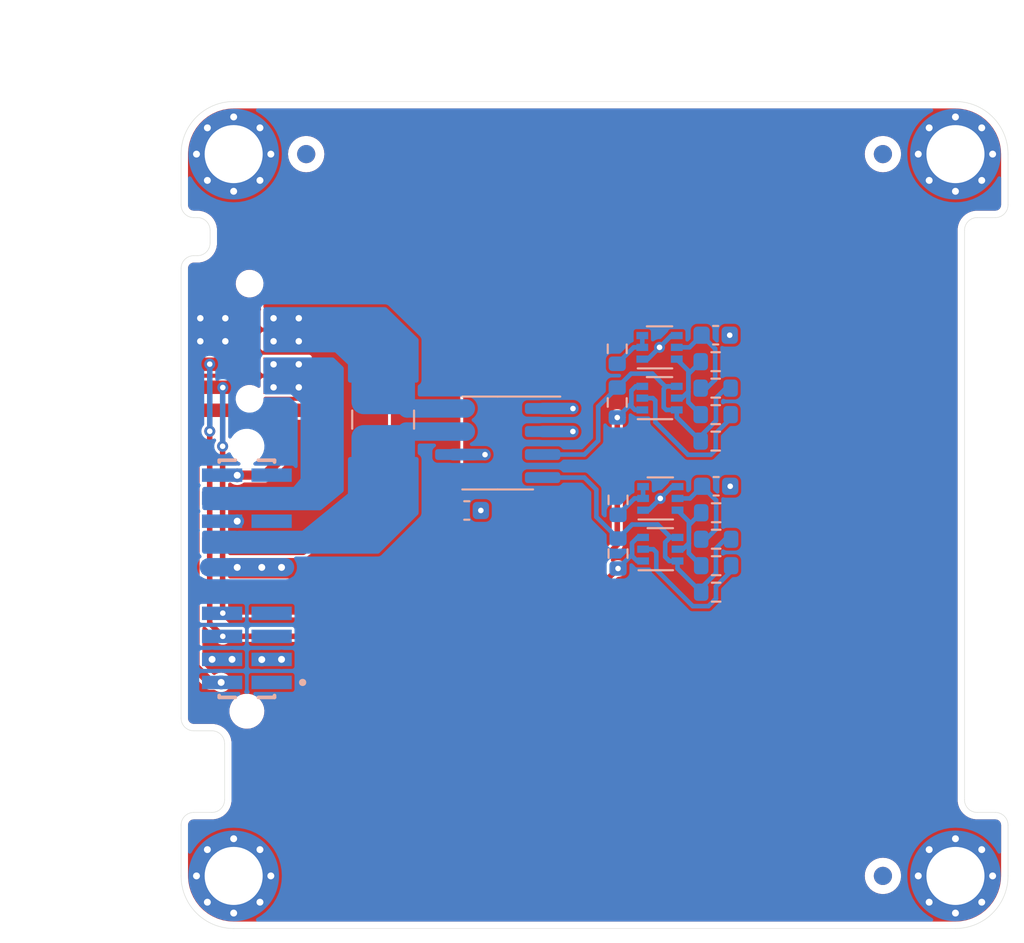
<source format=kicad_pcb>
(kicad_pcb (version 20221018) (generator pcbnew)
  (layers (0 "F.Cu" signal "Top") (31 "B.Cu" signal "Bottom") (34 "B.Paste" user) (35 "F.Paste" user) (36 "B.SilkS" user "B.Silkscreen") (37 "F.SilkS" user "F.Silkscreen") (38 "B.Mask" user) (39 "F.Mask" user) (44 "Edge.Cuts" user))
  (net 0 "")
  (net 1 "BATT_P_SW")
  (net 2 "BATT_N_SW")
  (net 3 "GND")
  (net 4 "+3V3")
  (net 5 "BATT_P")
  (net 6 "COIL5_N")
  (net 7 "COIL5_P")
  (net 8 "COIL6_N")
  (net 9 "UART_TX")
  (net 10 "SCL1")
  (net 11 "UART_RX")
  (net 12 "SDA1")
  (net 13 "PAYLOAD_EN")
  (net 14 "COIL6_P")
  (net 15 "Net-(Q1B-G1)")
  (net 16 "Net-(Q3B-G1)")
  (net 17 "BATT_P_SENSE")
  (net 18 "Net-(Q1A-G2)")
  (net 19 "Net-(Q1A-D1)")
  (net 20 "Net-(Q2A-B1)")
  (net 21 "SCL_C_SENSE")
  (net 22 "Net-(Q3A-G2)")
  (net 23 "Net-(Q3A-D1)")
  (net 24 "Net-(Q4A-B1)")
  (net 25 "SDA_C_SENSE")
  (footprint "mainboard:MountingHole" (layer "F.Cu") (at 124.200005 85.200004 -90)
    (fp_text reference "H2" hide)
    (fp_text value "MountingHole_Pad")
    (pad "1" thru_hole circle (at -2.05 0 270) (size 0.762 0.762) (drill 0.381) (layers "*.Cu" "*.Mask") (net 3 "GND"))
    (pad "1" thru_hole circle (at -1.4495 -1.4495 270) (size 0.762 0.762) (drill 0.381) (layers "*.Cu" "*.Mask") (net 3 "GND"))
    (pad "1" thru_hole circle (at -1.4495 1.4495 270) (size 0.762 0.762) (drill 0.381) (layers "*.Cu" "*.Mask") (net 3 "GND"))
    (pad "1" thru_hole circle (at 0 -2.05 270) (size 0.762 0.762) (drill 0.381) (layers "*.Cu" "*.Mask") (net 3 "GND"))
    (pad "1" thru_hole circle (at 0 0 270) (size 5 5) (drill 3.2) (layers "*.Cu" "*.Mask") (net 3 "GND"))
    (pad "1" thru_hole circle (at 0 2.05 270) (size 0.762 0.762) (drill 0.381) (layers "*.Cu" "*.Mask") (net 3 "GND"))
    (pad "1" thru_hole circle (at 1.4495 -1.4495 270) (size 0.762 0.762) (drill 0.381) (layers "*.Cu" "*.Mask") (net 3 "GND"))
    (pad "1" thru_hole circle (at 1.4495 1.4495 270) (size 0.762 0.762) (drill 0.381) (layers "*.Cu" "*.Mask") (net 3 "GND"))
    (pad "1" thru_hole circle (at 2.05 0 270) (size 0.762 0.762) (drill 0.381) (layers "*.Cu" "*.Mask") (net 3 "GND"))
  )
  (footprint "mainboard:MountingHole" (layer "F.Cu") (at 84.400005 85.200004 -90)
    (fp_text reference "H3" hide)
    (fp_text value "MountingHole_Pad")
    (pad "1" thru_hole circle (at -2.05 0 270) (size 0.762 0.762) (drill 0.381) (layers "*.Cu" "*.Mask") (net 3 "GND"))
    (pad "1" thru_hole circle (at -1.4495 -1.4495 270) (size 0.762 0.762) (drill 0.381) (layers "*.Cu" "*.Mask") (net 3 "GND"))
    (pad "1" thru_hole circle (at -1.4495 1.4495 270) (size 0.762 0.762) (drill 0.381) (layers "*.Cu" "*.Mask") (net 3 "GND"))
    (pad "1" thru_hole circle (at 0 -2.05 270) (size 0.762 0.762) (drill 0.381) (layers "*.Cu" "*.Mask") (net 3 "GND"))
    (pad "1" thru_hole circle (at 0 0 270) (size 5 5) (drill 3.2) (layers "*.Cu" "*.Mask") (net 3 "GND"))
    (pad "1" thru_hole circle (at 0 2.05 270) (size 0.762 0.762) (drill 0.381) (layers "*.Cu" "*.Mask") (net 3 "GND"))
    (pad "1" thru_hole circle (at 1.4495 -1.4495 270) (size 0.762 0.762) (drill 0.381) (layers "*.Cu" "*.Mask") (net 3 "GND"))
    (pad "1" thru_hole circle (at 1.4495 1.4495 270) (size 0.762 0.762) (drill 0.381) (layers "*.Cu" "*.Mask") (net 3 "GND"))
    (pad "1" thru_hole circle (at 2.05 0 270) (size 0.762 0.762) (drill 0.381) (layers "*.Cu" "*.Mask") (net 3 "GND"))
  )
  (footprint "Fiducial:Fiducial_1mm_Mask2mm" (layer "F.Cu") (at 120.2 85.2)
    (fp_text reference "REF**" hide)
    (fp_text value "Fiducial_1mm_Mask2mm")
    (pad "" smd circle (at 0 0) (size 1 1) (layers "F.Cu" "F.Mask") (clearance 0.5))
  )
  (footprint "Fiducial:Fiducial_1mm_Mask2mm" (layer "F.Cu") (at 120.2 45.4)
    (fp_text reference "REF**" hide)
    (fp_text value "Fiducial_1mm_Mask2mm")
    (pad "" smd circle (at 0 0) (size 1 1) (layers "F.Cu" "F.Mask") (clearance 0.5))
  )
  (footprint "Fiducial:Fiducial_1mm_Mask2mm" (layer "F.Cu") (at 88.4 45.4)
    (fp_text reference "REF**" hide)
    (fp_text value "Fiducial_1mm_Mask2mm")
    (pad "" smd circle (at 0 0) (size 1 1) (layers "F.Cu" "F.Mask") (clearance 0.5))
  )
  (footprint "batteryboard:SAMTEC-FTS-107-01-X-DV-A" (layer "F.Cu") (at 85.277665 55.715644 -90)
    (fp_text reference "J2" hide)
    (fp_text value "FTS-107-01-X-DV-A")
    (pad "" np_thru_hole circle (at -3.175 0 270) (size 1.02 1.02) (drill 1.02) (layers "*.Cu" "*.Mask"))
    (pad "" np_thru_hole circle (at 3.175 0 270) (size 1.02 1.02) (drill 1.02) (layers "*.Cu" "*.Mask"))
    (pad "1" smd rect (at -3.81 2.0203 270) (size 0.74 2.5126) (layers "F.Cu" "F.Paste") (net 3 "GND"))
    (pad "2" smd rect (at -3.81 -2.0193 270) (size 0.74 2.5146) (layers "F.Cu" "F.Paste") (net 2 "BATT_N_SW"))
    (pad "3" smd rect (at -2.54 2.0203 270) (size 0.74 2.5126) (layers "F.Cu" "F.Paste") (net 3 "GND"))
    (pad "4" smd rect (at -2.54 -2.0193 270) (size 0.74 2.5146) (layers "F.Cu" "F.Paste") (net 2 "BATT_N_SW"))
    (pad "5" smd rect (at -1.27 2.0203 270) (size 0.74 2.5126) (layers "F.Cu" "F.Paste") (net 4 "+3V3"))
    (pad "6" smd rect (at -1.27 -2.0193 270) (size 0.74 2.5146) (layers "F.Cu" "F.Paste") (net 17 "BATT_P_SENSE"))
    (pad "7" smd rect (at 0 2.0193 270) (size 0.74 2.5146) (layers "F.Cu" "F.Paste") (net 4 "+3V3"))
    (pad "8" smd rect (at 0 -2.0193 270) (size 0.74 2.5146) (layers "F.Cu" "F.Paste") (net 17 "BATT_P_SENSE"))
    (pad "9" smd rect (at 1.27 2.0203 270) (size 0.74 2.5126) (layers "F.Cu" "F.Paste") (net 10 "SCL1"))
    (pad "10" smd rect (at 1.27 -2.0193 270) (size 0.74 2.5146) (layers "F.Cu" "F.Paste") (net 5 "BATT_P"))
    (pad "11" smd rect (at 2.54 2.0203 270) (size 0.74 2.5126) (layers "F.Cu" "F.Paste") (net 12 "SDA1"))
    (pad "12" smd rect (at 2.54 -2.0193 270) (size 0.74 2.5146) (layers "F.Cu" "F.Paste") (net 5 "BATT_P"))
    (pad "13" smd rect (at 3.81 2.0203 270) (size 0.74 2.5126) (layers "F.Cu" "F.Paste") (net 7 "COIL5_P"))
    (pad "14" smd rect (at 3.81 -2.0193 270) (size 0.74 2.5146) (layers "F.Cu" "F.Paste") (net 6 "COIL5_N"))
  )
  (footprint "mainboard:MountingHole" (layer "F.Cu") (at 84.400005 45.400004 -90)
    (fp_text reference "H4" hide)
    (fp_text value "MountingHole_Pad")
    (pad "1" thru_hole circle (at -2.05 0 270) (size 0.762 0.762) (drill 0.381) (layers "*.Cu" "*.Mask") (net 3 "GND"))
    (pad "1" thru_hole circle (at -1.4495 -1.4495 270) (size 0.762 0.762) (drill 0.381) (layers "*.Cu" "*.Mask") (net 3 "GND"))
    (pad "1" thru_hole circle (at -1.4495 1.4495 270) (size 0.762 0.762) (drill 0.381) (layers "*.Cu" "*.Mask") (net 3 "GND"))
    (pad "1" thru_hole circle (at 0 -2.05 270) (size 0.762 0.762) (drill 0.381) (layers "*.Cu" "*.Mask") (net 3 "GND"))
    (pad "1" thru_hole circle (at 0 0 270) (size 5 5) (drill 3.2) (layers "*.Cu" "*.Mask") (net 3 "GND"))
    (pad "1" thru_hole circle (at 0 2.05 270) (size 0.762 0.762) (drill 0.381) (layers "*.Cu" "*.Mask") (net 3 "GND"))
    (pad "1" thru_hole circle (at 1.4495 -1.4495 270) (size 0.762 0.762) (drill 0.381) (layers "*.Cu" "*.Mask") (net 3 "GND"))
    (pad "1" thru_hole circle (at 1.4495 1.4495 270) (size 0.762 0.762) (drill 0.381) (layers "*.Cu" "*.Mask") (net 3 "GND"))
    (pad "1" thru_hole circle (at 2.05 0 270) (size 0.762 0.762) (drill 0.381) (layers "*.Cu" "*.Mask") (net 3 "GND"))
  )
  (footprint "mainboard:MountingHole" (layer "F.Cu") (at 124.200005 45.400004 -90)
    (fp_text reference "H1" hide)
    (fp_text value "MountingHole_Pad")
    (pad "1" thru_hole circle (at -2.05 0 270) (size 0.762 0.762) (drill 0.381) (layers "*.Cu" "*.Mask") (net 3 "GND"))
    (pad "1" thru_hole circle (at -1.4495 -1.4495 270) (size 0.762 0.762) (drill 0.381) (layers "*.Cu" "*.Mask") (net 3 "GND"))
    (pad "1" thru_hole circle (at -1.4495 1.4495 270) (size 0.762 0.762) (drill 0.381) (layers "*.Cu" "*.Mask") (net 3 "GND"))
    (pad "1" thru_hole circle (at 0 -2.05 270) (size 0.762 0.762) (drill 0.381) (layers "*.Cu" "*.Mask") (net 3 "GND"))
    (pad "1" thru_hole circle (at 0 0 270) (size 5 5) (drill 3.2) (layers "*.Cu" "*.Mask") (net 3 "GND"))
    (pad "1" thru_hole circle (at 0 2.05 270) (size 0.762 0.762) (drill 0.381) (layers "*.Cu" "*.Mask") (net 3 "GND"))
    (pad "1" thru_hole circle (at 1.4495 -1.4495 270) (size 0.762 0.762) (drill 0.381) (layers "*.Cu" "*.Mask") (net 3 "GND"))
    (pad "1" thru_hole circle (at 1.4495 1.4495 270) (size 0.762 0.762) (drill 0.381) (layers "*.Cu" "*.Mask") (net 3 "GND"))
    (pad "1" thru_hole circle (at 2.05 0 270) (size 0.762 0.762) (drill 0.381) (layers "*.Cu" "*.Mask") (net 3 "GND"))
  )
  (footprint "custom-footprints:pycubed_mini_half" (layer "F.Cu") (at 105 44.8)
    (fp_text reference "Ref**" hide)
    (fp_text value "Val**" hide)
  )
  (footprint "Resistor_SMD:R_0603_1608Metric" (layer "B.Cu") (at 110.9775 61.225 180)
    (fp_text reference "R10" hide)
    (fp_text value "10K")
    (fp_line (start -0.237258 -0.5225) (end 0.237258 -0.5225) (stroke (width 0.12)) (layer "B.SilkS"))
    (fp_line (start -0.237258 0.5225) (end 0.237258 0.5225) (stroke (width 0.12)) (layer "B.SilkS"))
    (pad "1" smd roundrect (at -0.825 0 180) (size 0.8 0.95) (layers "B.Cu" "B.Paste" "B.Mask") (net 4 "+3V3"))
    (pad "2" smd roundrect (at 0.825 0 180) (size 0.8 0.95) (layers "B.Cu" "B.Paste" "B.Mask") (net 25 "SDA_C_SENSE"))
  )
  (footprint "Package_TO_SOT_SMD:SOT-363_SC-70-6" (layer "B.Cu") (at 107.925 64.385)
    (fp_text reference "Q1" hide)
    (fp_text value "NX3008NBKS")
    (fp_line (start -0.7 -1.16) (end 0.7 -1.16) (stroke (width 0.12)) (layer "B.SilkS"))
    (fp_line (start 0.7 1.16) (end -1.2 1.16) (stroke (width 0.12)) (layer "B.SilkS"))
    (pad "1" smd rect (at -0.95 0.65) (size 0.65 0.4) (layers "B.Cu" "B.Paste" "B.Mask") (net 3 "GND"))
    (pad "2" smd rect (at -0.95 0) (size 0.65 0.4) (layers "B.Cu" "B.Paste" "B.Mask") (net 18 "Net-(Q1A-G2)"))
    (pad "3" smd rect (at -0.95 -0.65) (size 0.65 0.4) (layers "B.Cu" "B.Paste" "B.Mask") (net 18 "Net-(Q1A-G2)"))
    (pad "4" smd rect (at 0.95 -0.65) (size 0.65 0.4) (layers "B.Cu" "B.Paste" "B.Mask") (net 3 "GND"))
    (pad "5" smd rect (at 0.95 0) (size 0.65 0.4) (layers "B.Cu" "B.Paste" "B.Mask") (net 15 "Net-(Q1B-G1)"))
    (pad "6" smd rect (at 0.95 0.65) (size 0.65 0.4) (layers "B.Cu" "B.Paste" "B.Mask") (net 19 "Net-(Q1A-D1)"))
  )
  (footprint "Fiducial:Fiducial_1mm_Mask2mm" (layer "B.Cu") (at 120.2 85.2 180)
    (fp_text reference "REF**" hide)
    (fp_text value "Fiducial_1mm_Mask2mm")
    (pad "" smd circle (at 0 0 180) (size 1 1) (layers "B.Cu" "B.Mask") (clearance 0.5))
  )
  (footprint "mainboard:SAMTEC_SFC-110-T2-X-D-A" (layer "B.Cu") (at 85.127805 68.816964 -90)
    (fp_text reference "J1" hide)
    (fp_text value "SFC-110-T2-X-D-A")
    (fp_line (start -6.54 -1.525) (end -6.54 -0.635) (stroke (width 0.2)) (layer "B.SilkS"))
    (fp_line (start -6.54 -1.525) (end -6.435 -1.525) (stroke (width 0.2)) (layer "B.SilkS"))
    (fp_line (start -6.54 1.525) (end -6.54 0.635) (stroke (width 0.2)) (layer "B.SilkS"))
    (fp_line (start -6.54 1.525) (end -6.435 1.525) (stroke (width 0.2)) (layer "B.SilkS"))
    (fp_line (start 6.54 -1.525) (end 6.435 -1.525) (stroke (width 0.2)) (layer "B.SilkS"))
    (fp_line (start 6.54 -1.525) (end 6.54 -0.635) (stroke (width 0.2)) (layer "B.SilkS"))
    (fp_line (start 6.54 1.525) (end 6.435 1.525) (stroke (width 0.2)) (layer "B.SilkS"))
    (fp_line (start 6.54 1.525) (end 6.54 0.635) (stroke (width 0.2)) (layer "B.SilkS"))
    (fp_circle (center 5.715 -3.075) (end 5.815 -3.075) (stroke (width 0.2)) (fill none) (layer "B.SilkS"))
    (pad "" np_thru_hole circle (at -7.305 0 270) (size 1.42 1.42) (drill 1.42) (layers "*.Cu" "*.Mask"))
    (pad "" np_thru_hole circle (at 7.305 0 270) (size 1.42 1.42) (drill 1.42) (layers "*.Cu" "*.Mask"))
    (pad "1" smd rect (at 5.715 -1.365 270) (size 0.74 2.22) (layers "B.Cu" "B.Paste" "B.Mask") (net 8 "COIL6_N"))
    (pad "2" smd rect (at 5.715 1.365 270) (size 0.74 2.22) (layers "B.Cu" "B.Paste" "B.Mask") (net 7 "COIL5_P"))
    (pad "3" smd rect (at 4.445 -1.365 270) (size 0.74 2.22) (layers "B.Cu" "B.Paste" "B.Mask") (net 3 "GND"))
    (pad "4" smd rect (at 4.445 1.365 270) (size 0.74 2.22) (layers "B.Cu" "B.Paste" "B.Mask") (net 3 "GND"))
    (pad "5" smd rect (at 3.175 -1.365 270) (size 0.74 2.22) (layers "B.Cu" "B.Paste" "B.Mask") (net 9 "UART_TX"))
    (pad "6" smd rect (at 3.175 1.365 270) (size 0.74 2.22) (layers "B.Cu" "B.Paste" "B.Mask") (net 10 "SCL1"))
    (pad "7" smd rect (at 1.905 -1.365 270) (size 0.74 2.22) (layers "B.Cu" "B.Paste" "B.Mask") (net 11 "UART_RX"))
    (pad "8" smd rect (at 1.905 1.365 270) (size 0.74 2.22) (layers "B.Cu" "B.Paste" "B.Mask") (net 12 "SDA1"))
    (pad "9" smd rect (at 0.635 -1.365 270) (size 0.74 2.22) (layers "B.Cu" "B.Paste" "B.Mask") (net 4 "+3V3"))
    (pad "10" smd rect (at 0.635 1.365 270) (size 0.74 2.22) (layers "B.Cu" "B.Paste" "B.Mask") (net 4 "+3V3"))
    (pad "11" smd rect (at -0.635 -1.365 270) (size 0.74 2.22) (layers "B.Cu" "B.Paste" "B.Mask") (net 2 "BATT_N_SW"))
    (pad "12" smd rect (at -0.635 1.365 270) (size 0.74 2.22) (layers "B.Cu" "B.Paste" "B.Mask") (net 2 "BATT_N_SW"))
    (pad "13" smd rect (at -1.905 -1.365 270) (size 0.74 2.22) (layers "B.Cu" "B.Paste" "B.Mask") (net 1 "BATT_P_SW"))
    (pad "14" smd rect (at -1.905 1.365 270) (size 0.74 2.22) (layers "B.Cu" "B.Paste" "B.Mask") (net 1 "BATT_P_SW"))
    (pad "15" smd rect (at -3.175 -1.365 270) (size 0.74 2.22) (layers "B.Cu" "B.Paste" "B.Mask") (net 13 "PAYLOAD_EN"))
    (pad "16" smd rect (at -3.175 1.365 270) (size 0.74 2.22) (layers "B.Cu" "B.Paste" "B.Mask") (net 3 "GND"))
    (pad "17" smd rect (at -4.445 -1.365 270) (size 0.74 2.22) (layers "B.Cu" "B.Paste" "B.Mask") (net 5 "BATT_P"))
    (pad "18" smd rect (at -4.445 1.365 270) (size 0.74 2.22) (layers "B.Cu" "B.Paste" "B.Mask") (net 5 "BATT_P"))
    (pad "19" smd rect (at -5.715 -1.365 270) (size 0.74 2.22) (layers "B.Cu" "B.Paste" "B.Mask") (net 14 "COIL6_P"))
    (pad "20" smd rect (at -5.715 1.365 270) (size 0.74 2.22) (layers "B.Cu" "B.Paste" "B.Mask") (net 6 "COIL5_N"))
  )
  (footprint "Resistor_SMD:R_0603_1608Metric" (layer "B.Cu") (at 105.55 59.095 -90)
    (fp_text reference "R13" hide)
    (fp_text value "DNI (0R)")
    (fp_line (start -0.237258 -0.5225) (end 0.237258 -0.5225) (stroke (width 0.12)) (layer "B.SilkS"))
    (fp_line (start -0.237258 0.5225) (end 0.237258 0.5225) (stroke (width 0.12)) (layer "B.SilkS"))
    (pad "1" smd roundrect (at -0.825 0 270) (size 0.8 0.95) (layers "B.Cu" "B.Paste" "B.Mask") (net 25 "SDA_C_SENSE"))
    (pad "2" smd roundrect (at 0.825 0 270) (size 0.8 0.95) (layers "B.Cu" "B.Paste" "B.Mask") (net 12 "SDA1"))
  )
  (footprint "Resistor_SMD:R_0603_1608Metric" (layer "B.Cu") (at 110.9775 59.765 180)
    (fp_text reference "R7" hide)
    (fp_text value "680R")
    (fp_line (start -0.237258 -0.5225) (end 0.237258 -0.5225) (stroke (width 0.12)) (layer "B.SilkS"))
    (fp_line (start -0.237258 0.5225) (end 0.237258 0.5225) (stroke (width 0.12)) (layer "B.SilkS"))
    (pad "1" smd roundrect (at -0.825 0 180) (size 0.8 0.95) (layers "B.Cu" "B.Paste" "B.Mask") (net 24 "Net-(Q4A-B1)"))
    (pad "2" smd roundrect (at 0.825 0 180) (size 0.8 0.95) (layers "B.Cu" "B.Paste" "B.Mask") (net 23 "Net-(Q3A-D1)"))
  )
  (footprint "Package_TO_SOT_SMD:SOT-363_SC-70-6" (layer "B.Cu") (at 107.8825 58.855)
    (fp_text reference "Q4" hide)
    (fp_text value "MBT2222ADW1T1")
    (fp_line (start -0.7 -1.16) (end 0.7 -1.16) (stroke (width 0.12)) (layer "B.SilkS"))
    (fp_line (start 0.7 1.16) (end -1.2 1.16) (stroke (width 0.12)) (layer "B.SilkS"))
    (pad "1" smd rect (at -0.95 0.65) (size 0.65 0.4) (layers "B.Cu" "B.Paste" "B.Mask") (net 12 "SDA1"))
    (pad "2" smd rect (at -0.95 0) (size 0.65 0.4) (layers "B.Cu" "B.Paste" "B.Mask") (net 24 "Net-(Q4A-B1)"))
    (pad "3" smd rect (at -0.95 -0.65) (size 0.65 0.4) (layers "B.Cu" "B.Paste" "B.Mask") (net 12 "SDA1"))
    (pad "4" smd rect (at 0.95 -0.65) (size 0.65 0.4) (layers "B.Cu" "B.Paste" "B.Mask") (net 25 "SDA_C_SENSE"))
    (pad "5" smd rect (at 0.95 0) (size 0.65 0.4) (layers "B.Cu" "B.Paste" "B.Mask") (net 23 "Net-(Q3A-D1)"))
    (pad "6" smd rect (at 0.95 0.65) (size 0.65 0.4) (layers "B.Cu" "B.Paste" "B.Mask") (net 25 "SDA_C_SENSE"))
  )
  (footprint "Resistor_SMD:R_0603_1608Metric" (layer "B.Cu") (at 111.005 68.095 180)
    (fp_text reference "R2" hide)
    (fp_text value "680R")
    (fp_line (start -0.237258 -0.5225) (end 0.237258 -0.5225) (stroke (width 0.12)) (layer "B.SilkS"))
    (fp_line (start -0.237258 0.5225) (end 0.237258 0.5225) (stroke (width 0.12)) (layer "B.SilkS"))
    (pad "1" smd roundrect (at -0.825 0 180) (size 0.8 0.95) (layers "B.Cu" "B.Paste" "B.Mask") (net 20 "Net-(Q2A-B1)"))
    (pad "2" smd roundrect (at 0.825 0 180) (size 0.8 0.95) (layers "B.Cu" "B.Paste" "B.Mask") (net 19 "Net-(Q1A-D1)"))
  )
  (footprint "Package_SO:SOIC-8_3.9x4.9mm_P1.27mm" (layer "B.Cu") (at 98.95869 61.33 180)
    (fp_text reference "U1" hide)
    (fp_text value "INA219BxD")
    (fp_line (start 0 -2.56) (end -1.95 -2.56) (stroke (width 0.12)) (layer "B.SilkS"))
    (fp_line (start 0 -2.56) (end 1.95 -2.56) (stroke (width 0.12)) (layer "B.SilkS"))
    (fp_line (start 0 2.56) (end -3.45 2.56) (stroke (width 0.12)) (layer "B.SilkS"))
    (fp_line (start 0 2.56) (end 1.95 2.56) (stroke (width 0.12)) (layer "B.SilkS"))
    (pad "1" smd roundrect (at -2.475 1.905 180) (size 1.95 0.6) (layers "B.Cu" "B.Paste" "B.Mask") (net 3 "GND"))
    (pad "2" smd roundrect (at -2.475 0.635 180) (size 1.95 0.6) (layers "B.Cu" "B.Paste" "B.Mask") (net 3 "GND"))
    (pad "3" smd roundrect (at -2.475 -0.635 180) (size 1.95 0.6) (layers "B.Cu" "B.Paste" "B.Mask") (net 25 "SDA_C_SENSE"))
    (pad "4" smd roundrect (at -2.475 -1.905 180) (size 1.95 0.6) (layers "B.Cu" "B.Paste" "B.Mask") (net 21 "SCL_C_SENSE"))
    (pad "5" smd roundrect (at 2.475 -1.905 180) (size 1.95 0.6) (layers "B.Cu" "B.Paste" "B.Mask") (net 4 "+3V3"))
    (pad "6" smd roundrect (at 2.475 -0.635 180) (size 1.95 0.6) (layers "B.Cu" "B.Paste" "B.Mask") (net 3 "GND"))
    (pad "7" smd roundrect (at 2.475 0.635 180) (size 1.95 0.6) (layers "B.Cu" "B.Paste" "B.Mask") (net 1 "BATT_P_SW"))
    (pad "8" smd roundrect (at 2.475 1.905 180) (size 1.95 0.6) (layers "B.Cu" "B.Paste" "B.Mask") (net 17 "BATT_P_SENSE"))
  )
  (footprint "Resistor_SMD:R_0603_1608Metric" (layer "B.Cu") (at 110.9775 58.305 180)
    (fp_text reference "R11" hide)
    (fp_text value "200K")
    (fp_line (start -0.237258 -0.5225) (end 0.237258 -0.5225) (stroke (width 0.12)) (layer "B.SilkS"))
    (fp_line (start -0.237258 0.5225) (end 0.237258 0.5225) (stroke (width 0.12)) (layer "B.SilkS"))
    (pad "1" smd roundrect (at -0.825 0 180) (size 0.8 0.95) (layers "B.Cu" "B.Paste" "B.Mask") (net 25 "SDA_C_SENSE"))
    (pad "2" smd roundrect (at 0.825 0 180) (size 0.8 0.95) (layers "B.Cu" "B.Paste" "B.Mask") (net 16 "Net-(Q3B-G1)"))
  )
  (footprint "Capacitor_SMD:C_0603_1608Metric" (layer "B.Cu") (at 97.255 65.05)
    (fp_text reference "C3" hide)
    (fp_text value "0.1uF")
    (fp_line (start -0.14058 -0.51) (end 0.14058 -0.51) (stroke (width 0.12)) (layer "B.SilkS"))
    (fp_line (start -0.14058 0.51) (end 0.14058 0.51) (stroke (width 0.12)) (layer "B.SilkS"))
    (pad "1" smd roundrect (at -0.775 0) (size 0.9 0.95) (layers "B.Cu" "B.Paste" "B.Mask") (net 4 "+3V3"))
    (pad "2" smd roundrect (at 0.775 0) (size 0.9 0.95) (layers "B.Cu" "B.Paste" "B.Mask") (net 3 "GND"))
  )
  (footprint "Resistor_SMD:R_0603_1608Metric" (layer "B.Cu") (at 105.55 56.135 -90)
    (fp_text reference "R8" hide)
    (fp_text value "100K")
    (fp_line (start -0.237258 -0.5225) (end 0.237258 -0.5225) (stroke (width 0.12)) (layer "B.SilkS"))
    (fp_line (start -0.237258 0.5225) (end 0.237258 0.5225) (stroke (width 0.12)) (layer "B.SilkS"))
    (pad "1" smd roundrect (at -0.825 0 270) (size 0.8 0.95) (layers "B.Cu" "B.Paste" "B.Mask") (net 4 "+3V3"))
    (pad "2" smd roundrect (at 0.825 0 270) (size 0.8 0.95) (layers "B.Cu" "B.Paste" "B.Mask") (net 22 "Net-(Q3A-G2)"))
  )
  (footprint "Resistor_SMD:R_0603_1608Metric" (layer "B.Cu") (at 111.005 66.635 180)
    (fp_text reference "R6" hide)
    (fp_text value "200K")
    (fp_line (start -0.237258 -0.5225) (end 0.237258 -0.5225) (stroke (width 0.12)) (layer "B.SilkS"))
    (fp_line (start -0.237258 0.5225) (end 0.237258 0.5225) (stroke (width 0.12)) (layer "B.SilkS"))
    (pad "1" smd roundrect (at -0.825 0 180) (size 0.8 0.95) (layers "B.Cu" "B.Paste" "B.Mask") (net 21 "SCL_C_SENSE"))
    (pad "2" smd roundrect (at 0.825 0 180) (size 0.8 0.95) (layers "B.Cu" "B.Paste" "B.Mask") (net 15 "Net-(Q1B-G1)"))
  )
  (footprint "Capacitor_SMD:C_0603_1608Metric" (layer "B.Cu") (at 110.9775 55.385)
    (fp_text reference "C2" hide)
    (fp_text value "10nF")
    (fp_line (start -0.14058 -0.51) (end 0.14058 -0.51) (stroke (width 0.12)) (layer "B.SilkS"))
    (fp_line (start -0.14058 0.51) (end 0.14058 0.51) (stroke (width 0.12)) (layer "B.SilkS"))
    (pad "1" smd roundrect (at -0.775 0) (size 0.9 0.95) (layers "B.Cu" "B.Paste" "B.Mask") (net 16 "Net-(Q3B-G1)"))
    (pad "2" smd roundrect (at 0.775 0) (size 0.9 0.95) (layers "B.Cu" "B.Paste" "B.Mask") (net 3 "GND"))
  )
  (footprint "Resistor_SMD:R_0603_1608Metric" (layer "B.Cu") (at 111.005 65.175 180)
    (fp_text reference "R4" hide)
    (fp_text value "10K")
    (fp_line (start -0.237258 -0.5225) (end 0.237258 -0.5225) (stroke (width 0.12)) (layer "B.SilkS"))
    (fp_line (start -0.237258 0.5225) (end 0.237258 0.5225) (stroke (width 0.12)) (layer "B.SilkS"))
    (pad "1" smd roundrect (at -0.825 0 180) (size 0.8 0.95) (layers "B.Cu" "B.Paste" "B.Mask") (net 4 "+3V3"))
    (pad "2" smd roundrect (at 0.825 0 180) (size 0.8 0.95) (layers "B.Cu" "B.Paste" "B.Mask") (net 19 "Net-(Q1A-D1)"))
  )
  (footprint "Resistor_SMD:R_0603_1608Metric" (layer "B.Cu") (at 111.005 69.555 180)
    (fp_text reference "R5" hide)
    (fp_text value "10K")
    (fp_line (start -0.237258 -0.5225) (end 0.237258 -0.5225) (stroke (width 0.12)) (layer "B.SilkS"))
    (fp_line (start -0.237258 0.5225) (end 0.237258 0.5225) (stroke (width 0.12)) (layer "B.SilkS"))
    (pad "1" smd roundrect (at -0.825 0 180) (size 0.8 0.95) (layers "B.Cu" "B.Paste" "B.Mask") (net 4 "+3V3"))
    (pad "2" smd roundrect (at 0.825 0 180) (size 0.8 0.95) (layers "B.Cu" "B.Paste" "B.Mask") (net 21 "SCL_C_SENSE"))
  )
  (footprint "Capacitor_SMD:C_0603_1608Metric" (layer "B.Cu") (at 111.005 63.715)
    (fp_text reference "C1" hide)
    (fp_text value "10nF")
    (fp_line (start -0.14058 -0.51) (end 0.14058 -0.51) (stroke (width 0.12)) (layer "B.SilkS"))
    (fp_line (start -0.14058 0.51) (end 0.14058 0.51) (stroke (width 0.12)) (layer "B.SilkS"))
    (pad "1" smd roundrect (at -0.775 0) (size 0.9 0.95) (layers "B.Cu" "B.Paste" "B.Mask") (net 15 "Net-(Q1B-G1)"))
    (pad "2" smd roundrect (at 0.775 0) (size 0.9 0.95) (layers "B.Cu" "B.Paste" "B.Mask") (net 3 "GND"))
  )
  (footprint "batteryboard:R_2512_CurrentSense" (layer "B.Cu") (at 92.64619 60.04 -90)
    (fp_text reference "R1" hide)
    (fp_text value "0.04R")
    (fp_line (start -0.5 -1.7) (end 0.5 -1.7) (stroke (width 0.12)) (layer "B.SilkS"))
    (fp_line (start -0.5 1.71) (end 0.5 1.71) (stroke (width 0.12)) (layer "B.SilkS"))
    (pad "1" smd roundrect (at -1.9375 0 270) (size 3.275 3.5) (layers "B.Cu" "B.Paste" "B.Mask") (roundrect_rratio 0.2040815267) (net 17 "BATT_P_SENSE"))
    (pad "2" smd roundrect (at 1.9375 0 270) (size 3.275 3.5) (layers "B.Cu" "B.Paste" "B.Mask") (roundrect_rratio 0.2040815267) (net 1 "BATT_P_SW"))
  )
  (footprint "Resistor_SMD:R_0603_1608Metric" (layer "B.Cu") (at 105.595 64.465 -90)
    (fp_text reference "R3" hide)
    (fp_text value "100K")
    (fp_line (start -0.237258 -0.5225) (end 0.237258 -0.5225) (stroke (width 0.12)) (layer "B.SilkS"))
    (fp_line (start -0.237258 0.5225) (end 0.237258 0.5225) (stroke (width 0.12)) (layer "B.SilkS"))
    (pad "1" smd roundrect (at -0.825 0 270) (size 0.8 0.95) (layers "B.Cu" "B.Paste" "B.Mask") (net 4 "+3V3"))
    (pad "2" smd roundrect (at 0.825 0 270) (size 0.8 0.95) (layers "B.Cu" "B.Paste" "B.Mask") (net 18 "Net-(Q1A-G2)"))
  )
  (footprint "Package_TO_SOT_SMD:SOT-363_SC-70-6" (layer "B.Cu") (at 107.925 67.185)
    (fp_text reference "Q2" hide)
    (fp_text value "MBT2222ADW1T1")
    (fp_line (start -0.7 -1.16) (end 0.7 -1.16) (stroke (width 0.12)) (layer "B.SilkS"))
    (fp_line (start 0.7 1.16) (end -1.2 1.16) (stroke (width 0.12)) (layer "B.SilkS"))
    (pad "1" smd rect (at -0.95 0.65) (size 0.65 0.4) (layers "B.Cu" "B.Paste" "B.Mask") (net 10 "SCL1"))
    (pad "2" smd rect (at -0.95 0) (size 0.65 0.4) (layers "B.Cu" "B.Paste" "B.Mask") (net 20 "Net-(Q2A-B1)"))
    (pad "3" smd rect (at -0.95 -0.65) (size 0.65 0.4) (layers "B.Cu" "B.Paste" "B.Mask") (net 10 "SCL1"))
    (pad "4" smd rect (at 0.95 -0.65) (size 0.65 0.4) (layers "B.Cu" "B.Paste" "B.Mask") (net 21 "SCL_C_SENSE"))
    (pad "5" smd rect (at 0.95 0) (size 0.65 0.4) (layers "B.Cu" "B.Paste" "B.Mask") (net 19 "Net-(Q1A-D1)"))
    (pad "6" smd rect (at 0.95 0.65) (size 0.65 0.4) (layers "B.Cu" "B.Paste" "B.Mask") (net 21 "SCL_C_SENSE"))
  )
  (footprint "Fiducial:Fiducial_1mm_Mask2mm" (layer "B.Cu") (at 120.2 45.4 180)
    (fp_text reference "REF**" hide)
    (fp_text value "Fiducial_1mm_Mask2mm")
    (pad "" smd circle (at 0 0 180) (size 1 1) (layers "B.Cu" "B.Mask") (clearance 0.5))
  )
  (footprint "Package_TO_SOT_SMD:SOT-363_SC-70-6" (layer "B.Cu") (at 107.8825 56.055)
    (fp_text reference "Q3" hide)
    (fp_text value "NX3008NBKS")
    (fp_line (start -0.7 -1.16) (end 0.7 -1.16) (stroke (width 0.12)) (layer "B.SilkS"))
    (fp_line (start 0.7 1.16) (end -1.2 1.16) (stroke (width 0.12)) (layer "B.SilkS"))
    (pad "1" smd rect (at -0.95 0.65) (size 0.65 0.4) (layers "B.Cu" "B.Paste" "B.Mask") (net 3 "GND"))
    (pad "2" smd rect (at -0.95 0) (size 0.65 0.4) (layers "B.Cu" "B.Paste" "B.Mask") (net 22 "Net-(Q3A-G2)"))
    (pad "3" smd rect (at -0.95 -0.65) (size 0.65 0.4) (layers "B.Cu" "B.Paste" "B.Mask") (net 22 "Net-(Q3A-G2)"))
    (pad "4" smd rect (at 0.95 -0.65) (size 0.65 0.4) (layers "B.Cu" "B.Paste" "B.Mask") (net 3 "GND"))
    (pad "5" smd rect (at 0.95 0) (size 0.65 0.4) (layers "B.Cu" "B.Paste" "B.Mask") (net 16 "Net-(Q3B-G1)"))
    (pad "6" smd rect (at 0.95 0.65) (size 0.65 0.4) (layers "B.Cu" "B.Paste" "B.Mask") (net 23 "Net-(Q3A-D1)"))
  )
  (footprint "Resistor_SMD:R_0603_1608Metric" (layer "B.Cu") (at 105.595 67.425 -90)
    (fp_text reference "R12" hide)
    (fp_text value "DNI (0R)")
    (fp_line (start -0.237258 -0.5225) (end 0.237258 -0.5225) (stroke (width 0.12)) (layer "B.SilkS"))
    (fp_line (start -0.237258 0.5225) (end 0.237258 0.5225) (stroke (width 0.12)) (layer "B.SilkS"))
    (pad "1" smd roundrect (at -0.825 0 270) (size 0.8 0.95) (layers "B.Cu" "B.Paste" "B.Mask") (net 21 "SCL_C_SENSE"))
    (pad "2" smd roundrect (at 0.825 0 270) (size 0.8 0.95) (layers "B.Cu" "B.Paste" "B.Mask") (net 10 "SCL1"))
  )
  (footprint "Resistor_SMD:R_0603_1608Metric" (layer "B.Cu") (at 110.9775 56.845 180)
    (fp_text reference "R9" hide)
    (fp_text value "10K")
    (fp_line (start -0.237258 -0.5225) (end 0.237258 -0.5225) (stroke (width 0.12)) (layer "B.SilkS"))
    (fp_line (start -0.237258 0.5225) (end 0.237258 0.5225) (stroke (width 0.12)) (layer "B.SilkS"))
    (pad "1" smd roundrect (at -0.825 0 180) (size 0.8 0.95) (layers "B.Cu" "B.Paste" "B.Mask") (net 4 "+3V3"))
    (pad "2" smd roundrect (at 0.825 0 180) (size 0.8 0.95) (layers "B.Cu" "B.Paste" "B.Mask") (net 23 "Net-(Q3A-D1)"))
  )
  (footprint "Fiducial:Fiducial_1mm_Mask2mm" (layer "B.Cu") (at 88.4 45.4 180)
    (fp_text reference "REF**" hide)
    (fp_text value "Fiducial_1mm_Mask2mm")
    (pad "" smd circle (at 0 0 180) (size 1 1) (layers "B.Cu" "B.Mask") (clearance 0.5))
  )
  (gr_line (start 124.2 88.099998) (end 84.4 88.1) (stroke (width 0.0254)) (layer "Edge.Cuts"))
  (gr_line (start 125.4 48.9) (end 126.4 48.9) (stroke (width 0.0254)) (layer "Edge.Cuts"))
  (gr_line (start 82.4 51) (end 82.2 51) (stroke (width 0.0254)) (layer "Edge.Cuts"))
  (gr_line (start 83.9 81) (end 83.9 77.9) (stroke (width 0.0254)) (layer "Edge.Cuts"))
  (gr_arc (start 124.7 49.6) (mid 124.905025 49.105025) (end 125.4 48.9) (stroke (width 0.0254)) (layer "Edge.Cuts"))
  (gr_line (start 82.2 48.9) (end 82.4 48.9) (stroke (width 0.0254)) (layer "Edge.Cuts"))
  (gr_arc (start 81.5 45.4) (mid 82.34939 43.34939) (end 84.4 42.5) (stroke (width 0.0254)) (layer "Edge.Cuts"))
  (gr_arc (start 83.1 50.3) (mid 82.894975 50.794975) (end 82.4 51) (stroke (width 0.0254)) (layer "Edge.Cuts"))
  (gr_arc (start 82.4 48.9) (mid 82.894975 49.105025) (end 83.1 49.6) (stroke (width 0.0254)) (layer "Edge.Cuts"))
  (gr_arc (start 124.2 42.5) (mid 126.25061 43.34939) (end 127.1 45.4) (stroke (width 0.0254)) (layer "Edge.Cuts"))
  (gr_arc (start 82.2 77.2) (mid 81.705025 76.994975) (end 81.5 76.5) (stroke (width 0.0254)) (layer "Edge.Cuts"))
  (gr_arc (start 84.4 88.1) (mid 82.34939 87.25061) (end 81.5 85.2) (stroke (width 0.0254)) (layer "Edge.Cuts"))
  (gr_arc (start 125.4 81.7) (mid 124.905025 81.494975) (end 124.7 81) (stroke (width 0.0254)) (layer "Edge.Cuts"))
  (gr_line (start 81.5 76.5) (end 81.5 51.7) (stroke (width 0.0254)) (layer "Edge.Cuts"))
  (gr_line (start 82.2 81.7) (end 83.2 81.7) (stroke (width 0.0254)) (layer "Edge.Cuts"))
  (gr_line (start 83.1 49.6) (end 83.1 50.3) (stroke (width 0.0254)) (layer "Edge.Cuts"))
  (gr_arc (start 81.5 51.7) (mid 81.705025 51.205025) (end 82.2 51) (stroke (width 0.0254)) (layer "Edge.Cuts"))
  (gr_line (start 82.2 77.2) (end 83.2 77.2) (stroke (width 0.0254)) (layer "Edge.Cuts"))
  (gr_line (start 81.5 82.4) (end 81.5 85.2) (stroke (width 0.0254)) (layer "Edge.Cuts"))
  (gr_line (start 127.099998 85.199997) (end 127.1 82.4) (stroke (width 0.0254)) (layer "Edge.Cuts"))
  (gr_arc (start 81.5 82.4) (mid 81.705025 81.905025) (end 82.2 81.7) (stroke (width 0.0254)) (layer "Edge.Cuts"))
  (gr_arc (start 127.099998 85.199997) (mid 126.250609 87.250607) (end 124.2 88.099998) (stroke (width 0.0254)) (layer "Edge.Cuts"))
  (gr_arc (start 127.1 48.2) (mid 126.894975 48.694975) (end 126.4 48.9) (stroke (width 0.0254)) (layer "Edge.Cuts"))
  (gr_line (start 124.7 81) (end 124.7 49.6) (stroke (width 0.0254)) (layer "Edge.Cuts"))
  (gr_arc (start 83.9 81) (mid 83.694975 81.494975) (end 83.2 81.7) (stroke (width 0.0254)) (layer "Edge.Cuts"))
  (gr_line (start 81.5 48.2) (end 81.5 45.4) (stroke (width 0.0254)) (layer "Edge.Cuts"))
  (gr_line (start 124.2 42.5) (end 84.4 42.5) (stroke (width 0.0254)) (layer "Edge.Cuts"))
  (gr_line (start 127.1 48.2) (end 127.1 45.4) (stroke (width 0.0254)) (layer "Edge.Cuts"))
  (gr_arc (start 126.4 81.7) (mid 126.894975 81.905025) (end 127.1 82.4) (stroke (width 0.0254)) (layer "Edge.Cuts"))
  (gr_arc (start 82.2 48.9) (mid 81.705025 48.694975) (end 81.5 48.2) (stroke (width 0.0254)) (layer "Edge.Cuts"))
  (gr_arc (start 83.2 77.2) (mid 83.694975 77.405025) (end 83.9 77.9) (stroke (width 0.0254)) (layer "Edge.Cuts"))
  (gr_line (start 126.4 81.7) (end 125.4 81.7) (stroke (width 0.0254)) (layer "Edge.Cuts"))
  (segment (start 92.64619 61.9775) (end 92.64619 63.0025) (width 1.016) (layer "B.Cu") (net 1))
  (segment (start 93.92369 60.7) (end 92.64619 61.9775) (width 1.016) (layer "B.Cu") (net 1))
  (segment (start 97.2 60.7) (end 93.92369 60.7) (width 1.016) (layer "B.Cu") (net 1))
  (via (at 85.950005 68.188279) (size 0.762) (drill 0.381) (layers "F.Cu" "B.Cu") (net 2))
  (via (at 84.595905 68.188279) (size 0.762) (drill 0.381) (layers "F.Cu" "B.Cu") (net 2))
  (via (at 87.040005 68.188279) (size 0.762) (drill 0.381) (layers "F.Cu" "B.Cu") (net 2))
  (segment (start 83.041964 68.181964) (end 87.228036 68.181964) (width 1.016) (layer "B.Cu") (net 2))
  (via (at 103.105 60.695) (size 0.6096) (drill 0.3048) (layers "F.Cu" "B.Cu") (net 3))
  (via (at 85.950005 73.270004) (size 0.762) (drill 0.381) (layers "F.Cu" "B.Cu") (net 3))
  (via (at 107.8825 56.055) (size 0.6096) (drill 0.3048) (layers "F.Cu" "B.Cu") (net 3))
  (via (at 84.310005 73.260004) (size 0.762) (drill 0.381) (layers "F.Cu" "B.Cu") (net 3))
  (via (at 87.040005 73.260004) (size 0.762) (drill 0.381) (layers "F.Cu" "B.Cu") (net 3))
  (via (at 83.210005 73.260004) (size 0.762) (drill 0.381) (layers "F.Cu" "B.Cu") (net 3))
  (via (at 98.26 61.97) (size 0.6096) (drill 0.3048) (layers "F.Cu" "B.Cu") (net 3))
  (via (at 84.595905 65.640004) (size 0.762) (drill 0.381) (layers "F.Cu" "B.Cu") (net 3))
  (via (at 111.7525 55.385) (size 0.6096) (drill 0.3048) (layers "F.Cu" "B.Cu") (net 3))
  (via (at 111.78 63.715) (size 0.6096) (drill 0.3048) (layers "F.Cu" "B.Cu") (net 3))
  (via (at 98.03 65.05) (size 0.6096) (drill 0.3048) (layers "F.Cu" "B.Cu") (net 3))
  (via (at 103.11 59.43) (size 0.6096) (drill 0.3048) (layers "F.Cu" "B.Cu") (net 3))
  (via (at 107.925 64.385) (size 0.6096) (drill 0.3048) (layers "F.Cu" "B.Cu") (net 3))
  (segment (start 101.43369 59.425) (end 103.105 59.425) (width 0.635) (layer "B.Cu") (net 3))
  (segment (start 103.105 59.425) (end 103.11 59.43) (width 0.254) (layer "B.Cu") (net 3))
  (segment (start 96.48369 61.965) (end 97.665 61.965) (width 0.635) (layer "B.Cu") (net 3))
  (segment (start 101.43369 60.695) (end 103.105 60.695) (width 0.635) (layer "B.Cu") (net 3))
  (segment (start 107.925 64.385) (end 108.575 63.735) (width 0.254) (layer "B.Cu") (net 3))
  (segment (start 107.8825 56.055) (end 107.2325 56.705) (width 0.254) (layer "B.Cu") (net 3))
  (segment (start 108.575 63.735) (end 108.875 63.735) (width 0.254) (layer "B.Cu") (net 3))
  (segment (start 107.925 64.385) (end 107.275 65.035) (width 0.254) (layer "B.Cu") (net 3))
  (segment (start 107.2325 56.705) (end 106.9325 56.705) (width 0.254) (layer "B.Cu") (net 3))
  (segment (start 96.48369 61.965) (end 98.255 61.965) (width 0.635) (layer "B.Cu") (net 3))
  (segment (start 98.255 61.965) (end 98.26 61.97) (width 0.635) (layer "B.Cu") (net 3))
  (segment (start 107.8825 56.055) (end 108.5325 55.405) (width 0.254) (layer "B.Cu") (net 3))
  (segment (start 108.5325 55.405) (end 108.8325 55.405) (width 0.254) (layer "B.Cu") (net 3))
  (segment (start 107.275 65.035) (end 106.975 65.035) (width 0.254) (layer "B.Cu") (net 3))
  (via (at 82.560005 54.450004) (size 0.7112) (drill 0.3556) (layers "F.Cu" "B.Cu") (net 4))
  (via (at 83.940005 54.450004) (size 0.7112) (drill 0.3556) (layers "F.Cu" "B.Cu") (net 4))
  (via (at 82.560005 55.720004) (size 0.7112) (drill 0.3556) (layers "F.Cu" "B.Cu") (net 4))
  (via (at 83.940005 55.720004) (size 0.7112) (drill 0.3556) (layers "F.Cu" "B.Cu") (net 4))
  (via (at 86.600005 56.990004) (size 0.7112) (drill 0.3556) (layers "F.Cu" "B.Cu") (net 5))
  (via (at 86.600005 58.260004) (size 0.7112) (drill 0.3556) (layers "F.Cu" "B.Cu") (net 5))
  (via (at 87.990005 56.990004) (size 0.7112) (drill 0.3556) (layers "F.Cu" "B.Cu") (net 5))
  (via (at 87.990005 58.260004) (size 0.7112) (drill 0.3556) (layers "F.Cu" "B.Cu") (net 5))
  (segment (start 87.372165 61.827844) (end 87.372165 59.525644) (width 0.508) (layer "F.Cu") (net 6))
  (segment (start 84.605905 63.100004) (end 86.100005 63.100004) (width 0.508) (layer "F.Cu") (net 6))
  (segment (start 86.100005 63.100004) (end 87.372165 61.827844) (width 0.508) (layer "F.Cu") (net 6))
  (segment (start 84.595905 63.110004) (end 84.605905 63.100004) (width 0.508) (layer "F.Cu") (net 6))
  (via (at 84.595905 63.110004) (size 0.762) (drill 0.381) (layers "F.Cu" "B.Cu") (net 6))
  (segment (start 82.270005 73.680004) (end 82.270005 59.525644) (width 0.508) (layer "F.Cu") (net 7))
  (segment (start 83.120005 74.530004) (end 82.270005 73.680004) (width 0.508) (layer "F.Cu") (net 7))
  (segment (start 83.710005 74.530004) (end 83.120005 74.530004) (width 0.508) (layer "F.Cu") (net 7))
  (via (at 83.710005 74.530004) (size 0.762) (drill 0.381) (layers "F.Cu" "B.Cu") (net 7))
  (segment (start 101.854996 71.990004) (end 105.595 68.25) (width 0.3048) (layer "F.Cu") (net 10))
  (segment (start 83.078805 71.268804) (end 83.078805 60.683504) (width 0.3048) (layer "F.Cu") (net 10))
  (segment (start 83.800005 71.990004) (end 83.078805 71.268804) (width 0.3048) (layer "F.Cu") (net 10))
  (segment (start 83.078805 60.683504) (end 83.082305 60.680004) (width 0.3048) (layer "F.Cu") (net 10))
  (segment (start 83.800005 71.990004) (end 101.854996 71.990004) (width 0.3048) (layer "F.Cu") (net 10))
  (via (at 105.595 68.25) (size 0.6096) (drill 0.3048) (layers "F.Cu" "B.Cu") (net 10))
  (via (at 83.800005 71.990004) (size 0.6096) (drill 0.3048) (layers "F.Cu" "B.Cu") (net 10))
  (via (at 83.080005 56.980004) (size 0.6096) (drill 0.3048) (layers "F.Cu" "B.Cu") (net 10))
  (via (at 83.082305 60.680004) (size 0.6096) (drill 0.3048) (layers "F.Cu" "B.Cu") (net 10))
  (segment (start 83.082305 60.680004) (end 83.082305 56.982304) (width 0.3048) (layer "B.Cu") (net 10))
  (segment (start 106.365 67.175) (end 106.365 66.845) (width 0.254) (layer "B.Cu") (net 10))
  (segment (start 106.645 67.835) (end 106.365 67.555) (width 0.254) (layer "B.Cu") (net 10))
  (segment (start 106.675 66.535) (end 106.975 66.535) (width 0.254) (layer "B.Cu") (net 10))
  (segment (start 105.595 68.25) (end 106.365 67.48) (width 0.254) (layer "B.Cu") (net 10))
  (segment (start 106.365 66.845) (end 106.675 66.535) (width 0.254) (layer "B.Cu") (net 10))
  (segment (start 106.975 67.835) (end 106.645 67.835) (width 0.254) (layer "B.Cu") (net 10))
  (segment (start 106.365 67.555) (end 106.365 67.175) (width 0.254) (layer "B.Cu") (net 10))
  (segment (start 106.365 67.48) (end 106.365 67.175) (width 0.254) (layer "B.Cu") (net 10))
  (segment (start 83.082305 56.982304) (end 83.080005 56.980004) (width 0.3048) (layer "B.Cu") (net 10))
  (segment (start 83.790005 70.700004) (end 83.790005 61.510004) (width 0.3048) (layer "F.Cu") (net 12))
  (segment (start 83.800005 70.710004) (end 83.790005 70.700004) (width 0.3048) (layer "F.Cu") (net 12))
  (segment (start 105.5525 66.9475) (end 105.5525 59.925) (width 0.3048) (layer "F.Cu") (net 12))
  (segment (start 84.190001 71.1) (end 101.4 71.1) (width 0.3048) (layer "F.Cu") (net 12))
  (segment (start 101.4 71.1) (end 105.5525 66.9475) (width 0.3048) (layer "F.Cu") (net 12))
  (segment (start 83.800005 70.710004) (end 84.190001 71.1) (width 0.3048) (layer "F.Cu") (net 12))
  (via (at 105.5525 59.925) (size 0.6096) (drill 0.3048) (layers "F.Cu" "B.Cu") (net 12))
  (via (at 83.800005 70.710004) (size 0.6096) (drill 0.3048) (layers "F.Cu" "B.Cu") (net 12))
  (via (at 83.790005 61.510004) (size 0.6096) (drill 0.3048) (layers "F.Cu" "B.Cu") (net 12))
  (via (at 83.800005 58.270004) (size 0.6096) (drill 0.3048) (layers "F.Cu" "B.Cu") (net 12))
  (segment (start 83.800005 58.270004) (end 83.793505 58.276504) (width 0.3048) (layer "B.Cu") (net 12))
  (segment (start 106.9325 59.505) (end 106.5331 59.505) (width 0.254) (layer "B.Cu") (net 12))
  (segment (start 106.3281 59.1494) (end 105.5525 59.925) (width 0.254) (layer "B.Cu") (net 12))
  (segment (start 106.5669 58.205) (end 106.9325 58.205) (width 0.254) (layer "B.Cu") (net 12))
  (segment (start 106.3281 58.7) (end 106.3281 58.4438) (width 0.254) (layer "B.Cu") (net 12))
  (segment (start 106.3281 58.4438) (end 106.5669 58.205) (width 0.254) (layer "B.Cu") (net 12))
  (segment (start 83.793505 61.506504) (end 83.790005 61.510004) (width 0.3048) (layer "B.Cu") (net 12))
  (segment (start 106.3281 59.3) (end 106.3281 58.7) (width 0.254) (layer "B.Cu") (net 12))
  (segment (start 83.793505 58.276504) (end 83.793505 61.506504) (width 0.3048) (layer "B.Cu") (net 12))
  (segment (start 106.3281 58.7) (end 106.3281 59.1494) (width 0.254) (layer "B.Cu") (net 12))
  (segment (start 106.5331 59.505) (end 106.3281 59.3) (width 0.254) (layer "B.Cu") (net 12))
  (segment (start 110.445 66.635) (end 111.005 66.075) (width 0.254) (layer "B.Cu") (net 15))
  (segment (start 111.005 66.075) (end 111.005 64.49) (width 0.254) (layer "B.Cu") (net 15))
  (segment (start 108.875 64.385) (end 109.56 64.385) (width 0.254) (layer "B.Cu") (net 15))
  (segment (start 111.005 64.49) (end 110.23 63.715) (width 0.254) (layer "B.Cu") (net 15))
  (segment (start 109.56 64.385) (end 110.23 63.715) (width 0.254) (layer "B.Cu") (net 15))
  (segment (start 110.9525 56.135) (end 110.2025 55.385) (width 0.254) (layer "B.Cu") (net 16))
  (segment (start 110.4825 58.305) (end 110.9525 57.835) (width 0.254) (layer "B.Cu") (net 16))
  (segment (start 110.9525 57.835) (end 110.9525 56.135) (width 0.254) (layer "B.Cu") (net 16))
  (segment (start 109.5325 56.055) (end 110.2025 55.385) (width 0.254) (layer "B.Cu") (net 16))
  (segment (start 110.1525 58.305) (end 110.4825 58.305) (width 0.254) (layer "B.Cu") (net 16))
  (segment (start 108.8325 56.055) (end 109.5325 56.055) (width 0.254) (layer "B.Cu") (net 16))
  (via (at 87.990005 54.450004) (size 0.7112) (drill 0.3556) (layers "F.Cu" "B.Cu") (net 17))
  (via (at 86.600005 55.720004) (size 0.7112) (drill 0.3556) (layers "F.Cu" "B.Cu") (net 17))
  (via (at 86.600005 54.450004) (size 0.7112) (drill 0.3556) (layers "F.Cu" "B.Cu") (net 17))
  (via (at 87.990005 55.720004) (size 0.7112) (drill 0.3556) (layers "F.Cu" "B.Cu") (net 17))
  (segment (start 92.64619 58.1025) (end 92.64619 57.0775) (width 1.016) (layer "B.Cu") (net 17))
  (segment (start 93.96869 59.425) (end 92.64619 58.1025) (width 1.016) (layer "B.Cu") (net 17))
  (segment (start 97.2 59.425) (end 93.96869 59.425) (width 1.016) (layer "B.Cu") (net 17))
  (segment (start 106.5 64.385) (end 105.595 65.29) (width 0.254) (layer "B.Cu") (net 18))
  (segment (start 106.975 64.385) (end 106.5 64.385) (width 0.254) (layer "B.Cu") (net 18))
  (segment (start 106.975 63.735) (end 106.975 64.385) (width 0.254) (layer "B.Cu") (net 18))
  (segment (start 109.5006 66.245) (end 109.5006 65.6606) (width 0.254) (layer "B.Cu") (net 19))
  (segment (start 109.1706 67.185) (end 108.875 67.185) (width 0.254) (layer "B.Cu") (net 19))
  (segment (start 109.5006 66.245) (end 109.5006 66.855) (width 0.254) (layer "B.Cu") (net 19))
  (segment (start 109.5006 66.855) (end 109.5006 67.4156) (width 0.254) (layer "B.Cu") (net 19))
  (segment (start 109.5006 65.6606) (end 108.875 65.035) (width 0.254) (layer "B.Cu") (net 19))
  (segment (start 110.18 65.175) (end 109.5006 65.8544) (width 0.254) (layer "B.Cu") (net 19))
  (segment (start 109.5006 65.8544) (end 109.5006 66.245) (width 0.254) (layer "B.Cu") (net 19))
  (segment (start 109.5006 66.855) (end 109.1706 67.185) (width 0.254) (layer "B.Cu") (net 19))
  (segment (start 109.5006 67.4156) (end 110.18 68.095) (width 0.254) (layer "B.Cu") (net 19))
  (segment (start 111.83 68.402026) (end 110.995 69.237026) (width 0.254) (layer "B.Cu") (net 20))
  (segment (start 107.535 67.185) (end 106.975 67.185) (width 0.254) (layer "B.Cu") (net 20))
  (segment (start 110.995 69.905) (end 110.575 70.325) (width 0.254) (layer "B.Cu") (net 20))
  (segment (start 109.715 70.325) (end 107.705 68.315) (width 0.254) (layer "B.Cu") (net 20))
  (segment (start 110.575 70.325) (end 109.715 70.325) (width 0.254) (layer "B.Cu") (net 20))
  (segment (start 107.705 67.355) (end 107.535 67.185) (width 0.254) (layer "B.Cu") (net 20))
  (segment (start 107.705 68.315) (end 107.705 67.355) (width 0.254) (layer "B.Cu") (net 20))
  (segment (start 110.995 69.237026) (end 110.995 69.905) (width 0.254) (layer "B.Cu") (net 20))
  (segment (start 108.875 67.835) (end 108.425 67.835) (width 0.254) (layer "B.Cu") (net 21))
  (segment (start 110.995 68.505) (end 110.18 69.32) (width 0.254) (layer "B.Cu") (net 21))
  (segment (start 108.435 66.475) (end 107.785 65.825) (width 0.254) (layer "B.Cu") (net 21))
  (segment (start 111.505 66.635) (end 110.995 67.145) (width 0.254) (layer "B.Cu") (net 21))
  (segment (start 108.465 66.535) (end 108.875 66.535) (width 0.254) (layer "B.Cu") (net 21))
  (segment (start 108.195 67.605) (end 108.195 66.805) (width 0.254) (layer "B.Cu") (net 21))
  (segment (start 104.4 63.9) (end 103.735 63.235) (width 0.254) (layer "B.Cu") (net 21))
  (segment (start 108.875 66.535) (end 108.435 66.535) (width 0.254) (layer "B.Cu") (net 21))
  (segment (start 108.435 66.535) (end 108.435 66.475) (width 0.254) (layer "B.Cu") (net 21))
  (segment (start 108.425 67.835) (end 108.195 67.605) (width 0.254) (layer "B.Cu") (net 21))
  (segment (start 105.595 66.6) (end 104.4 65.405) (width 0.254) (layer "B.Cu") (net 21))
  (segment (start 108.875 67.835) (end 108.875 68.25) (width 0.254) (layer "B.Cu") (net 21))
  (segment (start 107.785 65.825) (end 106.37 65.825) (width 0.254) (layer "B.Cu") (net 21))
  (segment (start 104.4 65.405) (end 104.4 63.9) (width 0.254) (layer "B.Cu") (net 21))
  (segment (start 111.83 66.635) (end 111.505 66.635) (width 0.254) (layer "B.Cu") (net 21))
  (segment (start 110.995 67.145) (end 110.995 68.505) (width 0.254) (layer "B.Cu") (net 21))
  (segment (start 106.37 65.825) (end 105.595 66.6) (width 0.254) (layer "B.Cu") (net 21))
  (segment (start 108.875 68.25) (end 110.18 69.555) (width 0.254) (layer "B.Cu") (net 21))
  (segment (start 103.735 63.235) (end 101.43369 63.235) (width 0.254) (layer "B.Cu") (net 21))
  (segment (start 108.195 66.805) (end 108.465 66.535) (width 0.254) (layer "B.Cu") (net 21))
  (segment (start 106.9325 56.055) (end 106.9325 55.405) (width 0.254) (layer "B.Cu") (net 22))
  (segment (start 106.9325 56.055) (end 106.455 56.055) (width 0.254) (layer "B.Cu") (net 22))
  (segment (start 106.455 56.055) (end 105.55 56.96) (width 0.254) (layer "B.Cu") (net 22))
  (segment (start 109.4731 58.4962) (end 109.1143 58.855) (width 0.254) (layer "B.Cu") (net 23))
  (segment (start 109.4731 58.293) (end 109.4731 57.5244) (width 0.254) (layer "B.Cu") (net 23))
  (segment (start 109.4731 59.0856) (end 109.4731 58.4962) (width 0.254) (layer "B.Cu") (net 23))
  (segment (start 109.4731 57.5244) (end 110.1525 56.845) (width 0.254) (layer "B.Cu") (net 23))
  (segment (start 109.1143 58.855) (end 108.8325 58.855) (width 0.254) (layer "B.Cu") (net 23))
  (segment (start 109.4731 58.293) (end 109.4731 57.3456) (width 0.254) (layer "B.Cu") (net 23))
  (segment (start 109.4731 57.3456) (end 108.8325 56.705) (width 0.254) (layer "B.Cu") (net 23))
  (segment (start 110.1525 59.765) (end 109.4731 59.0856) (width 0.254) (layer "B.Cu") (net 23))
  (segment (start 109.4731 58.4962) (end 109.4731 58.293) (width 0.254) (layer "B.Cu") (net 23))
  (segment (start 110.9825 60.795) (end 111.8025 59.975) (width 0.254) (layer "B.Cu") (net 24))
  (segment (start 107.6525 58.996) (end 107.6525 60.175) (width 0.254) (layer "B.Cu") (net 24))
  (segment (start 110.9825 61.695) (end 110.9825 60.795) (width 0.254) (layer "B.Cu") (net 24))
  (segment (start 110.6981 61.9794) (end 110.9825 61.695) (width 0.254) (layer "B.Cu") (net 24))
  (segment (start 109.4569 61.9794) (end 110.6981 61.9794) (width 0.254) (layer "B.Cu") (net 24))
  (segment (start 107.6525 60.175) (end 109.4569 61.9794) (width 0.254) (layer "B.Cu") (net 24))
  (segment (start 107.5115 58.855) (end 107.6525 58.996) (width 0.254) (layer "B.Cu") (net 24))
  (segment (start 106.9325 58.855) (end 107.5115 58.855) (width 0.254) (layer "B.Cu") (net 24))
  (segment (start 110.9925 60.105) (end 110.9925 58.855) (width 0.254) (layer "B.Cu") (net 25))
  (segment (start 108.8325 59.905) (end 110.1525 61.225) (width 0.254) (layer "B.Cu") (net 25))
  (segment (start 104.5 59.32) (end 104.5 61.2) (width 0.254) (layer "B.Cu") (net 25))
  (segment (start 107.4925 57.505) (end 106.315 57.505) (width 0.254) (layer "B.Cu") (net 25))
  (segment (start 108.1125 59.364) (end 108.2535 59.505) (width 0.254) (layer "B.Cu") (net 25))
  (segment (start 110.9925 58.855) (end 111.5425 58.305) (width 0.254) (layer "B.Cu") (net 25))
  (segment (start 108.8325 58.205) (end 108.1925 58.205) (width 0.254) (layer "B.Cu") (net 25))
  (segment (start 103.735 61.965) (end 101.43369 61.965) (width 0.254) (layer "B.Cu") (net 25))
  (segment (start 108.1925 58.205) (end 107.4925 57.505) (width 0.254) (layer "B.Cu") (net 25))
  (segment (start 108.1125 58.346) (end 108.1125 59.364) (width 0.254) (layer "B.Cu") (net 25))
  (segment (start 108.8325 58.205) (end 108.2535 58.205) (width 0.254) (layer "B.Cu") (net 25))
  (segment (start 106.315 57.505) (end 104.5 59.32) (width 0.254) (layer "B.Cu") (net 25))
  (segment (start 108.2535 59.505) (end 108.8325 59.505) (width 0.254) (layer "B.Cu") (net 25))
  (segment (start 104.5 61.2) (end 103.735 61.965) (width 0.254) (layer "B.Cu") (net 25))
  (segment (start 108.8325 59.505) (end 108.8325 59.905) (width 0.254) (layer "B.Cu") (net 25))
  (segment (start 108.2535 58.205) (end 108.1125 58.346) (width 0.254) (layer "B.Cu") (net 25))
  (segment (start 110.1525 60.945) (end 110.9925 60.105) (width 0.254) (layer "B.Cu") (net 25))
  (zone (net 3) (net_name "GND") (layer "F.Cu") (connect_pads yes (clearance 0)) (min_thickness 0.2032) (fill yes (thermal_gap 0.508) (thermal_bridge_width 0.508))
    (polygon (pts (xy 127.900005 88.800004) (xy 80.800005 88.800004) (xy 80.800005 41.800004) (xy 127.800005 41.800004)))
  )
  (zone (net 2) (net_name "BATT_N_SW") (layer "F.Cu") (priority 2) (connect_pads yes (clearance 0)) (min_thickness 0.2032) (fill yes (thermal_gap 0.508) (thermal_bridge_width 0.508))
    (polygon (pts (xy 94.380005 51.380004) (xy 96.9 53.9) (xy 96.9 66.7) (xy 94.4 68.8) (xy 82.660005 68.800004) (xy 82.660005 67.670004) (xy 88.340005 67.670004) (xy 93.07 64.1) (xy 93.07 55.82) (xy 91.2 53.920004) (xy 86.040005 53.920004) (xy 86.040005 51.380004)))
  )
  (zone (net 17) (net_name "BATT_P_SENSE") (layer "B.Cu") (priority 1) (connect_pads yes (clearance 0)) (min_thickness 0.254) (fill yes (thermal_gap 0.508) (thermal_bridge_width 0.508))
    (polygon (pts (xy 92.8 53.840004) (xy 94.6 55.6) (xy 94.6 58) (xy 90.7 58) (xy 90.7 57) (xy 89.990005 56.330004) (xy 86.040005 56.330004) (xy 86.040005 53.840004)))
  )
  (zone (net 1) (net_name "BATT_P_SW") (layer "B.Cu") (priority 1) (connect_pads yes (clearance 0)) (min_thickness 0.254) (fill yes (thermal_gap 0.508) (thermal_bridge_width 0.508))
    (polygon (pts (xy 94.6 62.1) (xy 94.6 65.24) (xy 92.4 67.430507) (xy 82.658209 67.434235) (xy 82.658209 66.164235) (xy 88.19 66.164235) (xy 90.7 64.12) (xy 90.7 62.1)))
  )
  (zone (net 4) (net_name "+3V3") (layer "B.Cu") (connect_pads yes (clearance 0)) (min_thickness 0.2032) (fill yes (thermal_gap 0.508) (thermal_bridge_width 0.508))
    (polygon (pts (xy 128.000005 88.900004) (xy 80.700005 88.900004) (xy 80.700005 41.700004) (xy 127.900005 41.700004)))
  )
  (zone (net 5) (net_name "BATT_P") (layer "B.Cu") (priority 2) (connect_pads yes (clearance 0)) (min_thickness 0.254) (fill yes (thermal_gap 0.508) (thermal_bridge_width 0.508))
    (polygon (pts (xy 90.470005 57.160004) (xy 90.470005 64) (xy 89.2 65.04) (xy 82.666705 65.029589) (xy 82.666705 63.749589) (xy 87.706705 63.749589) (xy 88.086705 63.289589) (xy 88.086705 59.119589) (xy 87.556705 58.649589) (xy 86.04 58.649589) (xy 86.040005 56.610004) (xy 89.896705 56.610004)))
  )
)
</source>
